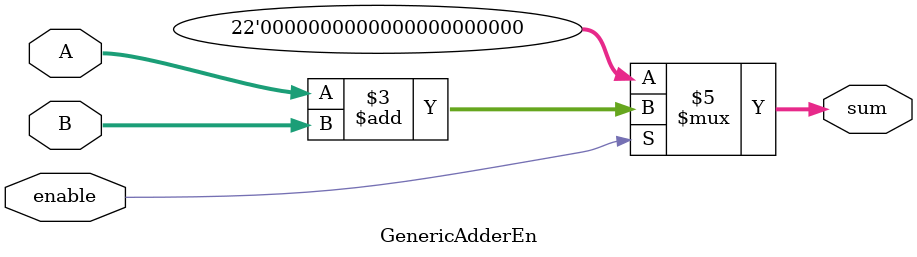
<source format=v>
`timescale 1ns / 1ps
module GenericAdderEn(A,B,enable,sum);

parameter Abitwidth=21;
parameter Bbitwidth=21;
parameter Sbitwidth=22;

input[Abitwidth-1:0] A;
input[Bbitwidth-1:0] B;
input enable;
output reg[Sbitwidth-1:0] sum;

always@(enable or A or B)begin

	if(enable == 1)begin
		sum = A + B;
	end
	else begin
		sum = 0;
	end
end

endmodule

</source>
